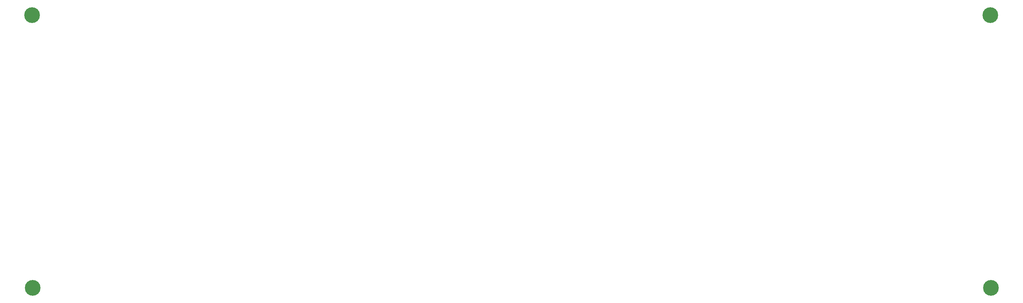
<source format=gbr>
%TF.GenerationSoftware,KiCad,Pcbnew,(6.0.7)*%
%TF.CreationDate,2023-01-10T10:00:50+01:00*%
%TF.ProjectId,skoosk switchplate 4 screwholes,736b6f6f-736b-4207-9377-69746368706c,rev?*%
%TF.SameCoordinates,Original*%
%TF.FileFunction,Soldermask,Bot*%
%TF.FilePolarity,Negative*%
%FSLAX46Y46*%
G04 Gerber Fmt 4.6, Leading zero omitted, Abs format (unit mm)*
G04 Created by KiCad (PCBNEW (6.0.7)) date 2023-01-10 10:00:50*
%MOMM*%
%LPD*%
G01*
G04 APERTURE LIST*
%ADD10C,4.400000*%
G04 APERTURE END LIST*
D10*
%TO.C,H4*%
X273186700Y-11950000D03*
%TD*%
%TO.C,H1*%
X5207000Y-88265000D03*
%TD*%
%TO.C,H4*%
X273313700Y-88277000D03*
%TD*%
%TO.C,H1*%
X5080000Y-11938000D03*
%TD*%
M02*

</source>
